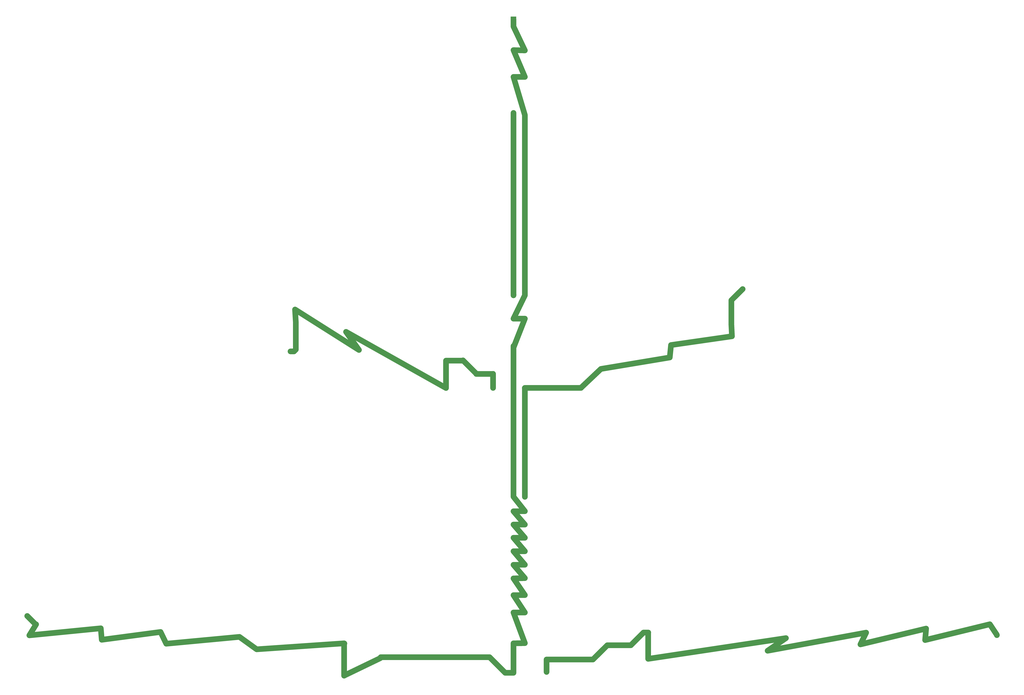
<source format=gbr>
%TF.GenerationSoftware,KiCad,Pcbnew,7.0.1-3b83917a11~172~ubuntu22.04.1*%
%TF.CreationDate,2023-07-04T10:09:40-04:00*%
%TF.ProjectId,coil_template_top,636f696c-5f74-4656-9d70-6c6174655f74,rev?*%
%TF.SameCoordinates,Original*%
%TF.FileFunction,Copper,L2,Bot*%
%TF.FilePolarity,Positive*%
%FSLAX46Y46*%
G04 Gerber Fmt 4.6, Leading zero omitted, Abs format (unit mm)*
G04 Created by KiCad (PCBNEW 7.0.1-3b83917a11~172~ubuntu22.04.1) date 2023-07-04 10:09:40*
%MOMM*%
%LPD*%
G01*
G04 APERTURE LIST*
%TA.AperFunction,SMDPad,CuDef*%
%ADD10R,5.000000X5.000000*%
%TD*%
%TA.AperFunction,ViaPad*%
%ADD11C,4.000000*%
%TD*%
%TA.AperFunction,Conductor*%
%ADD12C,5.000000*%
%TD*%
G04 APERTURE END LIST*
D10*
%TO.P,J1,1,Pin_1*%
%TO.N,Net-(J1-Pin_1)*%
X750000000Y-3643012D03*
%TD*%
D11*
%TO.N,Net-(J1-Pin_1)*%
X760040161Y-423157413D03*
X779282586Y-577096807D03*
X750071374Y-86175723D03*
X951337477Y-240783760D03*
X750092820Y-245726634D03*
X732468144Y-327455801D03*
X322826909Y-527785452D03*
X1174411420Y-544413082D03*
X554484289Y-295604908D03*
%TD*%
D12*
%TO.N,Net-(J1-Pin_1)*%
X509310000Y-546445700D02*
X445040000Y-552500000D01*
X602980000Y-278288900D02*
X690740000Y-327660000D01*
X1054710000Y-553089800D02*
X1112430000Y-539140000D01*
X750000000Y-436050000D02*
X760000000Y-447690000D01*
X760000000Y-509704400D02*
X750000000Y-509800000D01*
X750000000Y-495070000D02*
X760000000Y-509700000D01*
X750000000Y-85820628D02*
X750000000Y-86104349D01*
X750000000Y-9880000D02*
X750000000Y-3643012D01*
X750000000Y-423300000D02*
X760000000Y-435950000D01*
X973210000Y-558633300D02*
X1059720000Y-542730000D01*
X760000000Y-551951800D02*
X750000000Y-552150000D01*
X750000000Y-86247097D02*
X750000000Y-245633814D01*
X868290000Y-565769600D02*
X868290000Y-542730629D01*
X558140000Y-258646200D02*
X614350000Y-294190000D01*
X731849309Y-315285102D02*
X732065655Y-315501448D01*
X750000000Y-245633814D02*
X750092820Y-245726634D01*
X989320000Y-547514200D02*
X973210000Y-558630000D01*
X941930000Y-282175800D02*
X888360000Y-289900000D01*
X760000000Y-494817700D02*
X750000000Y-495070000D01*
X779083214Y-566344008D02*
X779083214Y-577296180D01*
X760000000Y-471170000D02*
X750000000Y-471170000D01*
X750000000Y-447690000D02*
X760000000Y-459320000D01*
X440040000Y-542171300D02*
X388460000Y-549010000D01*
X941415685Y-250579765D02*
X951253619Y-240741831D01*
X760040161Y-423157413D02*
X760031435Y-423338661D01*
X760000000Y-459320000D02*
X750000000Y-459320000D01*
X760000000Y-54186200D02*
X750000000Y-54200000D01*
X750000000Y-459320000D02*
X760000000Y-471170000D01*
X941400000Y-271791000D02*
X941400000Y-250579765D01*
X750935435Y-289788383D02*
X760000000Y-266710000D01*
X749974894Y-578027210D02*
X742717751Y-578027210D01*
X826830000Y-310920200D02*
X809280000Y-327480000D01*
X760000000Y-447690000D02*
X750000000Y-447690000D01*
X750000000Y-525030000D02*
X760000000Y-551950000D01*
X868290000Y-542730629D02*
X868401896Y-542618733D01*
X887240000Y-300853100D02*
X826830000Y-310920000D01*
X750000000Y-54196500D02*
X760000000Y-87760000D01*
X330378416Y-535430000D02*
X323012989Y-528064573D01*
X750000000Y-552150000D02*
X750000000Y-578002104D01*
X819834862Y-566344008D02*
X779083214Y-566344008D01*
X742717751Y-578027210D02*
X729040828Y-564350287D01*
X989320000Y-547510000D02*
X868290000Y-565769600D01*
X717354125Y-315068756D02*
X717354125Y-315285102D01*
X760000000Y-327654689D02*
X760040161Y-423157413D01*
X853050248Y-553783568D02*
X832395302Y-553783568D01*
X1168340000Y-535338300D02*
X1174411420Y-544413082D01*
X1059720000Y-542726300D02*
X1054710000Y-553090000D01*
X760031435Y-423338661D02*
X760000000Y-423287912D01*
X832395302Y-553783568D02*
X819834862Y-566344008D01*
X760000000Y-87760000D02*
X760000000Y-246210000D01*
X760000000Y-525030000D02*
X750000000Y-525030000D01*
X690740000Y-327660000D02*
X690740000Y-303605979D01*
X690740000Y-303605979D02*
X690743563Y-303602416D01*
X750000000Y-9880000D02*
X760000000Y-30940000D01*
X864215083Y-542618733D02*
X853050248Y-553783568D01*
X760000000Y-435945600D02*
X750000000Y-436050000D01*
X557227565Y-295478317D02*
X554222760Y-295478317D01*
X601530000Y-552250000D02*
X601260000Y-552120000D01*
X750092820Y-245726634D02*
X750000000Y-245819454D01*
X445040000Y-552498700D02*
X440040000Y-542170000D01*
X750000000Y-30620000D02*
X760000000Y-54190000D01*
X524470000Y-557399500D02*
X509310000Y-546450000D01*
X750000000Y-509800000D02*
X760000000Y-525030000D01*
X941400000Y-250579765D02*
X941415685Y-250579765D01*
X941400000Y-271791000D02*
X941930000Y-282180000D01*
X729040828Y-564350287D02*
X633470000Y-564350287D01*
X750000000Y-423300000D02*
X750000000Y-290723818D01*
X750000000Y-290723818D02*
X750935435Y-289788383D01*
X809280000Y-327610000D02*
X760000000Y-327610000D01*
X705671439Y-303386070D02*
X717354125Y-315068756D01*
X888360000Y-289903800D02*
X887240000Y-300850000D01*
X705455093Y-303602416D02*
X705671439Y-303386070D01*
X750000000Y-245819454D02*
X750000000Y-246220000D01*
X760000000Y-30942900D02*
X750000000Y-30620000D01*
X750000000Y-292170000D02*
X750935435Y-289788383D01*
X330760000Y-535430000D02*
X330378416Y-535430000D01*
X601260000Y-580502792D02*
X633020000Y-565130000D01*
X1111590000Y-549221300D02*
X1168340000Y-535340000D01*
X614350000Y-294189400D02*
X602980000Y-278290000D01*
X760000000Y-483060800D02*
X750000000Y-483120000D01*
X750000000Y-86104349D02*
X750071374Y-86175723D01*
X760000000Y-266713600D02*
X750000000Y-266720000D01*
X750000000Y-266720000D02*
X760000000Y-246210000D01*
X868401896Y-542618733D02*
X864215083Y-542618733D01*
X1174411420Y-544413082D02*
X1174540000Y-544940000D01*
X750071374Y-86175723D02*
X750000000Y-86247097D01*
X387580000Y-538934800D02*
X324850000Y-545080000D01*
X750000000Y-471170000D02*
X760000000Y-483060000D01*
X601260000Y-580502792D02*
X601296506Y-580539298D01*
X558140000Y-258650000D02*
X558820000Y-269862000D01*
X601260000Y-552119000D02*
X524470000Y-557400000D01*
X750000000Y-578002104D02*
X749974894Y-578027210D01*
X732065655Y-315206355D02*
X732065655Y-327610000D01*
X750000000Y-483120000D02*
X760000000Y-494820000D01*
X760000000Y-327610000D02*
X759955311Y-327654689D01*
X690743563Y-303602416D02*
X705455093Y-303602416D01*
X601260000Y-552120000D02*
X601260000Y-580502792D01*
X558820000Y-269862000D02*
X558820000Y-293885882D01*
X558820000Y-293885882D02*
X557227565Y-295478317D01*
X1112430000Y-539141200D02*
X1111590000Y-549220000D01*
X324850000Y-545083300D02*
X330760000Y-535430000D01*
X717354125Y-315285102D02*
X731849309Y-315285102D01*
X388460000Y-549008100D02*
X387580000Y-538930000D01*
%TD*%
M02*

</source>
